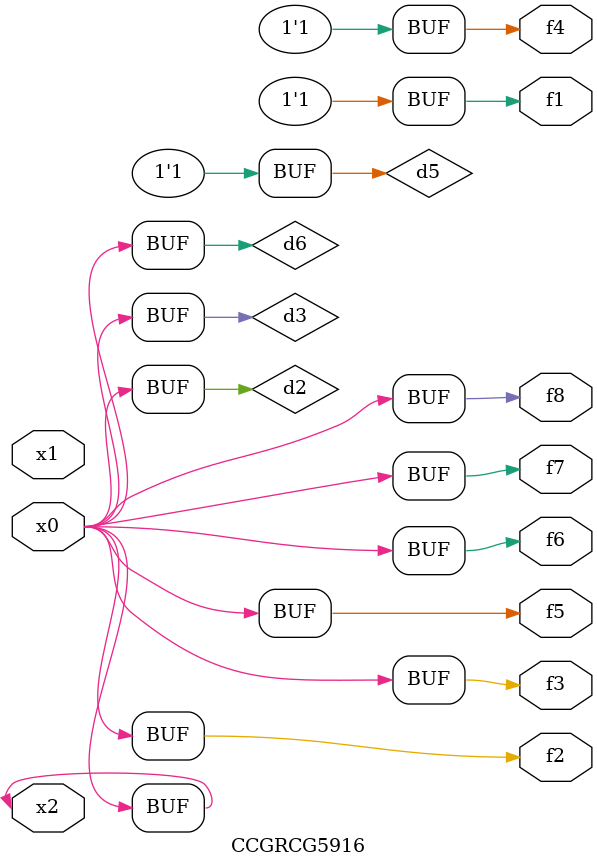
<source format=v>
module CCGRCG5916(
	input x0, x1, x2,
	output f1, f2, f3, f4, f5, f6, f7, f8
);

	wire d1, d2, d3, d4, d5, d6;

	xnor (d1, x2);
	buf (d2, x0, x2);
	and (d3, x0);
	xnor (d4, x1, x2);
	nand (d5, d1, d3);
	buf (d6, d2, d3);
	assign f1 = d5;
	assign f2 = d6;
	assign f3 = d6;
	assign f4 = d5;
	assign f5 = d6;
	assign f6 = d6;
	assign f7 = d6;
	assign f8 = d6;
endmodule

</source>
